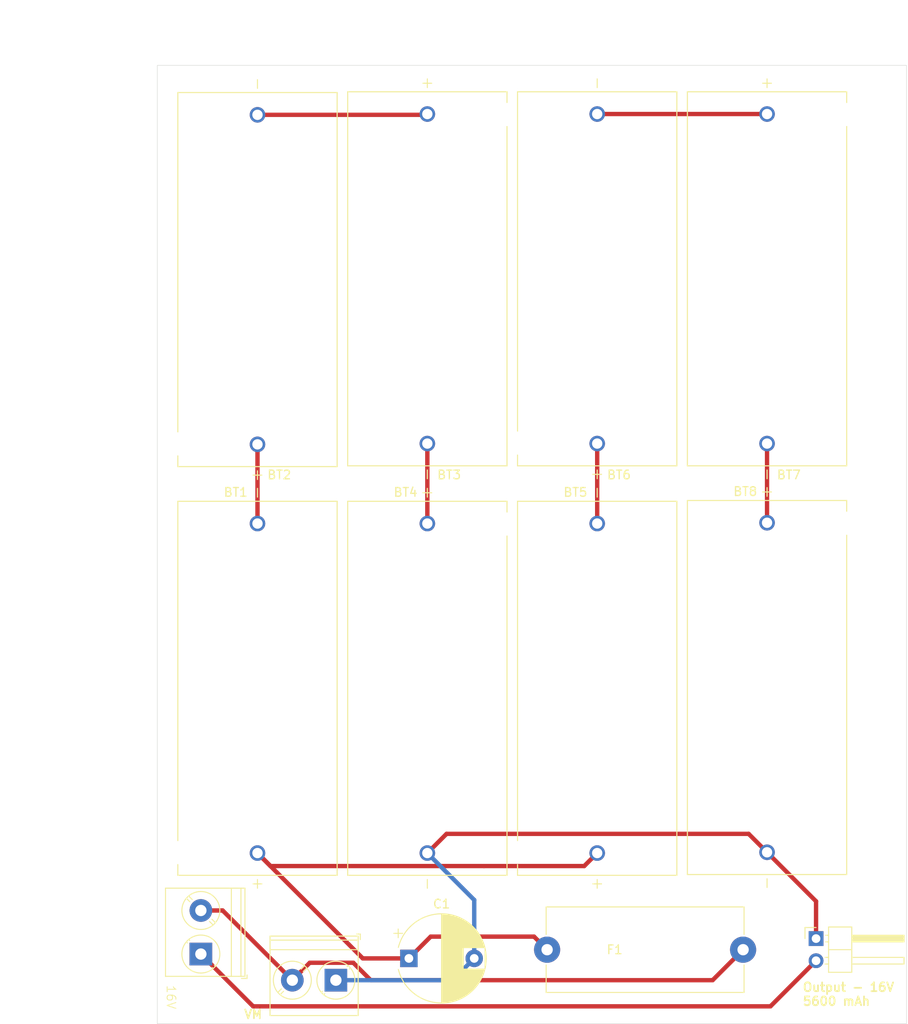
<source format=kicad_pcb>
(kicad_pcb (version 20240108) (generator "pcbnew") (generator_version "8.0")
  (layers (0 "F.Cu" signal) (31 "B.Cu" signal) (34 "B.Paste" user) (35 "F.Paste" user) (36 "B.SilkS" user "B.Silkscreen") (37 "F.SilkS" user "F.Silkscreen") (38 "B.Mask" user) (39 "F.Mask" user) (44 "Edge.Cuts" user))
  (net 0 "")
  (net 1 "Net-(BT1-PadN)")
  (net 2 "Net-(BT1-PadP)")
  (net 3 "Net-(BT2-PadN)")
  (net 4 "Net-(BT3-PadN)")
  (net 5 "Net-(MES1--)")
  (net 6 "Net-(BT5-PadN)")
  (net 7 "Net-(BT6-PadN)")
  (net 8 "Net-(BT7-PadN)")
  (net 9 "Net-(MES1-+)")
  (net 10 "Net-(Output1-Pin_2)")
  (footprint "1051:BAT_1051" (layer "F.Cu") (at 150.5 121.5 90)
    (property "Reference" "BT5" (at 22.5 -2.5 0) (layer "F.SilkS"))
    (property "Value" "1051")
    (fp_line (start 21.465 -9.145) (end 21.465 9.145) (stroke (width 0.127)) (layer "F.SilkS"))
    (fp_line (start -17.48 -9.145) (end 21.465 -9.145) (stroke (width 0.127)) (layer "F.SilkS"))
    (fp_line (start -21.465 -9.145) (end -20.23 -9.145) (stroke (width 0.127)) (layer "F.SilkS"))
    (fp_line (start -22.445 -0.5) (end -22.445 0.5) (stroke (width 0.127)) (layer "F.SilkS"))
    (fp_line (start 21.945 0) (end 22.945 0) (stroke (width 0.127)) (layer "F.SilkS"))
    (fp_line (start -22.945 0) (end -21.945 0) (stroke (width 0.127)) (layer "F.SilkS"))
    (fp_line (start 21.465 9.145) (end -21.465 9.145) (stroke (width 0.127)) (layer "F.SilkS"))
    (fp_line (start -21.465 9.145) (end -21.465 -9.145) (stroke (width 0.127)) (layer "F.SilkS"))
    (pad "" np_thru_hole circle (at -18.91 -8.1 90) (size 1.98 1.98) (drill 1.98) (layers "*.Cu" "*.Mask"))
    (pad "N" thru_hole circle (at 18.91 0 90) (size 1.785 1.785) (drill 1.19) (layers "*.Cu" "*.Mask") (net 6 "Net-(BT5-PadN)"))
    (pad "P" thru_hole circle (at -18.91 0 90) (size 1.785 1.785) (drill 1.19) (layers "*.Cu" "*.Mask") (net 2 "Net-(BT1-PadP)"))
  )
  (footprint "1051:BAT_1051" (layer "F.Cu") (at 111.5 121.5 90)
    (property "Reference" "BT1" (at 22.5 -2.5 0) (layer "F.SilkS"))
    (property "Value" "1051")
    (fp_line (start 21.465 -9.145) (end 21.465 9.145) (stroke (width 0.127)) (layer "F.SilkS"))
    (fp_line (start -17.48 -9.145) (end 21.465 -9.145) (stroke (width 0.127)) (layer "F.SilkS"))
    (fp_line (start -21.465 -9.145) (end -20.23 -9.145) (stroke (width 0.127)) (layer "F.SilkS"))
    (fp_line (start -22.445 -0.5) (end -22.445 0.5) (stroke (width 0.127)) (layer "F.SilkS"))
    (fp_line (start 21.945 0) (end 22.945 0) (stroke (width 0.127)) (layer "F.SilkS"))
    (fp_line (start -22.945 0) (end -21.945 0) (stroke (width 0.127)) (layer "F.SilkS"))
    (fp_line (start 21.465 9.145) (end -21.465 9.145) (stroke (width 0.127)) (layer "F.SilkS"))
    (fp_line (start -21.465 9.145) (end -21.465 -9.145) (stroke (width 0.127)) (layer "F.SilkS"))
    (pad "" np_thru_hole circle (at -18.91 -8.1 90) (size 1.98 1.98) (drill 1.98) (layers "*.Cu" "*.Mask"))
    (pad "N" thru_hole circle (at 18.91 0 90) (size 1.785 1.785) (drill 1.19) (layers "*.Cu" "*.Mask") (net 1 "Net-(BT1-PadN)"))
    (pad "P" thru_hole circle (at -18.91 0 90) (size 1.785 1.785) (drill 1.19) (layers "*.Cu" "*.Mask") (net 2 "Net-(BT1-PadP)"))
  )
  (footprint "Fuse:Fuseholder_Cylinder-5x20mm_Schurter_0031_8201_Horizontal_Open" (layer "F.Cu") (at 144.75 151.5)
    (property "Reference" "F1" (at 7.75 0 0) (layer "F.SilkS"))
    (property "Value" "Fuse")
    (fp_line (start -0.11 -4.91) (end 22.61 -4.91) (stroke (width 0.12)) (layer "F.SilkS"))
    (fp_line (start -0.11 -1.75) (end -0.11 -4.91) (stroke (width 0.12)) (layer "F.SilkS"))
    (fp_line (start -0.11 4.91) (end -0.11 1.75) (stroke (width 0.12)) (layer "F.SilkS"))
    (fp_line (start -0.11 4.91) (end 22.61 4.91) (stroke (width 0.12)) (layer "F.SilkS"))
    (fp_line (start 22.61 -1.75) (end 22.61 -4.91) (stroke (width 0.12)) (layer "F.SilkS"))
    (fp_line (start 22.61 4.91) (end 22.61 1.75) (stroke (width 0.12)) (layer "F.SilkS"))
    (pad "" np_thru_hole circle (at 11.25 0) (size 2.7 2.7) (drill 2.7) (layers "*.Cu" "*.Mask"))
    (pad "1" thru_hole circle (at 0 0) (size 3 3) (drill 1.3) (layers "*.Cu" "*.Mask") (net 2 "Net-(BT1-PadP)"))
    (pad "2" thru_hole circle (at 22.5 0) (size 3 3) (drill 1.3) (layers "*.Cu" "*.Mask") (net 9 "Net-(MES1-+)"))
  )
  (footprint "1051:BAT_1051" (layer "F.Cu") (at 131 74.5 -90)
    (property "Reference" "BT3" (at 22.5 -2.5 180) (layer "F.SilkS"))
    (property "Value" "1051")
    (fp_line (start -21.465 9.145) (end -21.465 -9.145) (stroke (width 0.127)) (layer "F.SilkS"))
    (fp_line (start 21.465 9.145) (end -21.465 9.145) (stroke (width 0.127)) (layer "F.SilkS"))
    (fp_line (start -22.945 0) (end -21.945 0) (stroke (width 0.127)) (layer "F.SilkS"))
    (fp_line (start 21.945 0) (end 22.945 0) (stroke (width 0.127)) (layer "F.SilkS"))
    (fp_line (start -22.445 -0.5) (end -22.445 0.5) (stroke (width 0.127)) (layer "F.SilkS"))
    (fp_line (start -21.465 -9.145) (end -20.23 -9.145) (stroke (width 0.127)) (layer "F.SilkS"))
    (fp_line (start -17.48 -9.145) (end 21.465 -9.145) (stroke (width 0.127)) (layer "F.SilkS"))
    (fp_line (start 21.465 -9.145) (end 21.465 9.145) (stroke (width 0.127)) (layer "F.SilkS"))
    (pad "" np_thru_hole circle (at -18.91 -8.1 270) (size 1.98 1.98) (drill 1.98) (layers "*.Cu" "*.Mask"))
    (pad "N" thru_hole circle (at 18.91 0 270) (size 1.785 1.785) (drill 1.19) (layers "*.Cu" "*.Mask") (net 4 "Net-(BT3-PadN)"))
    (pad "P" thru_hole circle (at -18.91 0 270) (size 1.785 1.785) (drill 1.19) (layers "*.Cu" "*.Mask") (net 3 "Net-(BT2-PadN)"))
  )
  (footprint "Connector_PinHeader_2.54mm:PinHeader_1x02_P2.54mm_Horizontal" (layer "F.Cu") (at 175.625 150.225)
    (property "Reference" "Output-16V" (hide yes))
    (property "Value" "16V")
    (fp_line (start -1.27 -1.27) (end 0 -1.27) (stroke (width 0.12)) (layer "F.SilkS"))
    (fp_line (start -1.27 0) (end -1.27 -1.27) (stroke (width 0.12)) (layer "F.SilkS"))
    (fp_line (start 1.042929 2.16) (end 1.44 2.16) (stroke (width 0.12)) (layer "F.SilkS"))
    (fp_line (start 1.042929 2.92) (end 1.44 2.92) (stroke (width 0.12)) (layer "F.SilkS"))
    (fp_line (start 1.11 -0.38) (end 1.44 -0.38) (stroke (width 0.12)) (layer "F.SilkS"))
    (fp_line (start 1.11 0.38) (end 1.44 0.38) (stroke (width 0.12)) (layer "F.SilkS"))
    (fp_line (start 1.44 -1.33) (end 1.44 3.87) (stroke (width 0.12)) (layer "F.SilkS"))
    (fp_line (start 1.44 1.27) (end 4.1 1.27) (stroke (width 0.12)) (layer "F.SilkS"))
    (fp_line (start 1.44 3.87) (end 4.1 3.87) (stroke (width 0.12)) (layer "F.SilkS"))
    (fp_line (start 4.1 -1.33) (end 1.44 -1.33) (stroke (width 0.12)) (layer "F.SilkS"))
    (fp_line (start 4.1 -0.38) (end 10.1 -0.38) (stroke (width 0.12)) (layer "F.SilkS"))
    (fp_line (start 4.1 -0.32) (end 10.1 -0.32) (stroke (width 0.12)) (layer "F.SilkS"))
    (fp_line (start 4.1 -0.2) (end 10.1 -0.2) (stroke (width 0.12)) (layer "F.SilkS"))
    (fp_line (start 4.1 -0.08) (end 10.1 -0.08) (stroke (width 0.12)) (layer "F.SilkS"))
    (fp_line (start 4.1 0.04) (end 10.1 0.04) (stroke (width 0.12)) (layer "F.SilkS"))
    (fp_line (start 4.1 0.16) (end 10.1 0.16) (stroke (width 0.12)) (layer "F.SilkS"))
    (fp_line (start 4.1 0.28) (end 10.1 0.28) (stroke (width 0.12)) (layer "F.SilkS"))
    (fp_line (start 4.1 2.16) (end 10.1 2.16) (stroke (width 0.12)) (layer "F.SilkS"))
    (fp_line (start 4.1 3.87) (end 4.1 -1.33) (stroke (width 0.12)) (layer "F.SilkS"))
    (fp_line (start 10.1 -0.38) (end 10.1 0.38) (stroke (width 0.12)) (layer "F.SilkS"))
    (fp_line (start 10.1 0.38) (end 4.1 0.38) (stroke (width 0.12)) (layer "F.SilkS"))
    (fp_line (start 10.1 2.16) (end 10.1 2.92) (stroke (width 0.12)) (layer "F.SilkS"))
    (fp_line (start 10.1 2.92) (end 4.1 2.92) (stroke (width 0.12)) (layer "F.SilkS"))
    (pad "1" thru_hole rect (at 0 0) (size 1.7 1.7) (drill 1) (layers "*.Cu" "*.Mask") (net 5 "Net-(MES1--)"))
    (pad "2" thru_hole oval (at 0 2.54) (size 1.7 1.7) (drill 1) (layers "*.Cu" "*.Mask") (net 10 "Net-(Output1-Pin_2)"))
  )
  (footprint "1051:BAT_1051" (layer "F.Cu") (at 170 121.41 -90)
    (property "Reference" "BT8" (at -22.5 2.5 180) (layer "F.SilkS"))
    (property "Value" "1051")
    (fp_line (start -21.465 9.145) (end -21.465 -9.145) (stroke (width 0.127)) (layer "F.SilkS"))
    (fp_line (start 21.465 9.145) (end -21.465 9.145) (stroke (width 0.127)) (layer "F.SilkS"))
    (fp_line (start -22.945 0) (end -21.945 0) (stroke (width 0.127)) (layer "F.SilkS"))
    (fp_line (start 21.945 0) (end 22.945 0) (stroke (width 0.127)) (layer "F.SilkS"))
    (fp_line (start -22.445 -0.5) (end -22.445 0.5) (stroke (width 0.127)) (layer "F.SilkS"))
    (fp_line (start -21.465 -9.145) (end -20.23 -9.145) (stroke (width 0.127)) (layer "F.SilkS"))
    (fp_line (start -17.48 -9.145) (end 21.465 -9.145) (stroke (width 0.127)) (layer "F.SilkS"))
    (fp_line (start 21.465 -9.145) (end 21.465 9.145) (stroke (width 0.127)) (layer "F.SilkS"))
    (pad "" np_thru_hole circle (at -18.91 -8.1 270) (size 1.98 1.98) (drill 1.98) (layers "*.Cu" "*.Mask"))
    (pad "N" thru_hole circle (at 18.91 0 270) (size 1.785 1.785) (drill 1.19) (layers "*.Cu" "*.Mask") (net 5 "Net-(MES1--)"))
    (pad "P" thru_hole circle (at -18.91 0 270) (size 1.785 1.785) (drill 1.19) (layers "*.Cu" "*.Mask") (net 8 "Net-(BT7-PadN)"))
  )
  (footprint "1051:BAT_1051" (layer "F.Cu") (at 131 121.5 -90)
    (property "Reference" "BT4" (at -22.5 2.5 180) (layer "F.SilkS"))
    (property "Value" "1051")
    (fp_line (start -21.465 9.145) (end -21.465 -9.145) (stroke (width 0.127)) (layer "F.SilkS"))
    (fp_line (start 21.465 9.145) (end -21.465 9.145) (stroke (width 0.127)) (layer "F.SilkS"))
    (fp_line (start -22.945 0) (end -21.945 0) (stroke (width 0.127)) (layer "F.SilkS"))
    (fp_line (start 21.945 0) (end 22.945 0) (stroke (width 0.127)) (layer "F.SilkS"))
    (fp_line (start -22.445 -0.5) (end -22.445 0.5) (stroke (width 0.127)) (layer "F.SilkS"))
    (fp_line (start -21.465 -9.145) (end -20.23 -9.145) (stroke (width 0.127)) (layer "F.SilkS"))
    (fp_line (start -17.48 -9.145) (end 21.465 -9.145) (stroke (width 0.127)) (layer "F.SilkS"))
    (fp_line (start 21.465 -9.145) (end 21.465 9.145) (stroke (width 0.127)) (layer "F.SilkS"))
    (pad "" np_thru_hole circle (at -18.91 -8.1 270) (size 1.98 1.98) (drill 1.98) (layers "*.Cu" "*.Mask"))
    (pad "N" thru_hole circle (at 18.91 0 270) (size 1.785 1.785) (drill 1.19) (layers "*.Cu" "*.Mask") (net 5 "Net-(MES1--)"))
    (pad "P" thru_hole circle (at -18.91 0 270) (size 1.785 1.785) (drill 1.19) (layers "*.Cu" "*.Mask") (net 4 "Net-(BT3-PadN)"))
  )
  (footprint "1051:BAT_1051" (layer "F.Cu") (at 150.5 74.5 90)
    (property "Reference" "BT6" (at -22.5 2.5 0) (layer "F.SilkS"))
    (property "Value" "1051")
    (fp_line (start 21.465 -9.145) (end 21.465 9.145) (stroke (width 0.127)) (layer "F.SilkS"))
    (fp_line (start -17.48 -9.145) (end 21.465 -9.145) (stroke (width 0.127)) (layer "F.SilkS"))
    (fp_line (start -21.465 -9.145) (end -20.23 -9.145) (stroke (width 0.127)) (layer "F.SilkS"))
    (fp_line (start -22.445 -0.5) (end -22.445 0.5) (stroke (width 0.127)) (layer "F.SilkS"))
    (fp_line (start 21.945 0) (end 22.945 0) (stroke (width 0.127)) (layer "F.SilkS"))
    (fp_line (start -22.945 0) (end -21.945 0) (stroke (width 0.127)) (layer "F.SilkS"))
    (fp_line (start 21.465 9.145) (end -21.465 9.145) (stroke (width 0.127)) (layer "F.SilkS"))
    (fp_line (start -21.465 9.145) (end -21.465 -9.145) (stroke (width 0.127)) (layer "F.SilkS"))
    (pad "" np_thru_hole circle (at -18.91 -8.1 90) (size 1.98 1.98) (drill 1.98) (layers "*.Cu" "*.Mask"))
    (pad "N" thru_hole circle (at 18.91 0 90) (size 1.785 1.785) (drill 1.19) (layers "*.Cu" "*.Mask") (net 7 "Net-(BT6-PadN)"))
    (pad "P" thru_hole circle (at -18.91 0 90) (size 1.785 1.785) (drill 1.19) (layers "*.Cu" "*.Mask") (net 6 "Net-(BT5-PadN)"))
  )
  (footprint "1051:BAT_1051" (layer "F.Cu") (at 170 74.5 -90)
    (property "Reference" "BT7" (at 22.5 -2.5 180) (layer "F.SilkS"))
    (property "Value" "1051")
    (fp_line (start -21.465 9.145) (end -21.465 -9.145) (stroke (width 0.127)) (layer "F.SilkS"))
    (fp_line (start 21.465 9.145) (end -21.465 9.145) (stroke (width 0.127)) (layer "F.SilkS"))
    (fp_line (start -22.945 0) (end -21.945 0) (stroke (width 0.127)) (layer "F.SilkS"))
    (fp_line (start 21.945 0) (end 22.945 0) (stroke (width 0.127)) (layer "F.SilkS"))
    (fp_line (start -22.445 -0.5) (end -22.445 0.5) (stroke (width 0.127)) (layer "F.SilkS"))
    (fp_line (start -21.465 -9.145) (end -20.23 -9.145) (stroke (width 0.127)) (layer "F.SilkS"))
    (fp_line (start -17.48 -9.145) (end 21.465 -9.145) (stroke (width 0.127)) (layer "F.SilkS"))
    (fp_line (start 21.465 -9.145) (end 21.465 9.145) (stroke (width 0.127)) (layer "F.SilkS"))
    (pad "" np_thru_hole circle (at -18.91 -8.1 270) (size 1.98 1.98) (drill 1.98) (layers "*.Cu" "*.Mask"))
    (pad "N" thru_hole circle (at 18.91 0 270) (size 1.785 1.785) (drill 1.19) (layers "*.Cu" "*.Mask") (net 8 "Net-(BT7-PadN)"))
    (pad "P" thru_hole circle (at -18.91 0 270) (size 1.785 1.785) (drill 1.19) (layers "*.Cu" "*.Mask") (net 7 "Net-(BT6-PadN)"))
  )
  (footprint "TerminalBlock_Phoenix:TerminalBlock_Phoenix_PT-1,5-2-5.0-H_1x02_P5.00mm_Horizontal" (layer "F.Cu") (at 105 152 90)
    (property "Reference" "SW1" (hide yes))
    (property "Value" "16V")
    (fp_line (start 7.56 -4.06) (end 7.56 5.06) (stroke (width 0.12)) (layer "F.SilkS"))
    (fp_line (start -2.56 -4.06) (end 7.56 -4.06) (stroke (width 0.12)) (layer "F.SilkS"))
    (fp_line (start -2.56 -4.06) (end -2.56 5.06) (stroke (width 0.12)) (layer "F.SilkS"))
    (fp_line (start 6.388 -1.654) (end 6.008 -1.274) (stroke (width 0.12)) (layer "F.SilkS"))
    (fp_line (start 1.388 -1.654) (end 1.281 -1.547) (stroke (width 0.12)) (layer "F.SilkS"))
    (fp_line (start 6.654 -1.388) (end 6.259 -0.992) (stroke (width 0.12)) (layer "F.SilkS"))
    (fp_line (start 1.654 -1.388) (end 1.547 -1.281) (stroke (width 0.12)) (layer "F.SilkS"))
    (fp_line (start 3.742 0.992) (end 3.347 1.388) (stroke (width 0.12)) (layer "F.SilkS"))
    (fp_line (start 3.993 1.274) (end 3.613 1.654) (stroke (width 0.12)) (layer "F.SilkS"))
    (fp_line (start -1.548 1.281) (end -1.654 1.388) (stroke (width 0.12)) (layer "F.SilkS"))
    (fp_line (start -1.282 1.547) (end -1.388 1.654) (stroke (width 0.12)) (layer "F.SilkS"))
    (fp_line (start -2.56 3.5) (end 7.56 3.5) (stroke (width 0.12)) (layer "F.SilkS"))
    (fp_line (start -2.56 4.6) (end 7.56 4.6) (stroke (width 0.12)) (layer "F.SilkS"))
    (fp_line (start -2.8 4.66) (end -2.8 5.3) (stroke (width 0.12)) (layer "F.SilkS"))
    (fp_line (start -2.56 5.06) (end 7.56 5.06) (stroke (width 0.12)) (layer "F.SilkS"))
    (fp_line (start -2.8 5.3) (end -2.4 5.3) (stroke (width 0.12)) (layer "F.SilkS"))
    (fp_circle (center 5 0) (end 7.18 0) (stroke (width 0.12)) (fill none) (layer "F.SilkS"))
    (fp_circle (center 0 0) (end 2.18 0) (stroke (width 0.12)) (fill none) (layer "F.SilkS"))
    (pad "1" thru_hole rect (at 0 0 90) (size 2.6 2.6) (drill 1.3) (layers "*.Cu" "*.Mask") (net 10 "Net-(Output1-Pin_2)"))
    (pad "2" thru_hole circle (at 5 0 90) (size 2.6 2.6) (drill 1.3) (layers "*.Cu" "*.Mask") (net 9 "Net-(MES1-+)"))
  )
  (footprint "1051:BAT_1051" (layer "F.Cu") (at 111.5 74.59 90)
    (property "Reference" "BT2" (at -22.41 2.5 0) (layer "F.SilkS"))
    (property "Value" "1051")
    (fp_line (start 21.465 -9.145) (end 21.465 9.145) (stroke (width 0.127)) (layer "F.SilkS"))
    (fp_line (start -17.48 -9.145) (end 21.465 -9.145) (stroke (width 0.127)) (layer "F.SilkS"))
    (fp_line (start -21.465 -9.145) (end -20.23 -9.145) (stroke (width 0.127)) (layer "F.SilkS"))
    (fp_line (start -22.445 -0.5) (end -22.445 0.5) (stroke (width 0.127)) (layer "F.SilkS"))
    (fp_line (start 21.945 0) (end 22.945 0) (stroke (width 0.127)) (layer "F.SilkS"))
    (fp_line (start -22.945 0) (end -21.945 0) (stroke (width 0.127)) (layer "F.SilkS"))
    (fp_line (start 21.465 9.145) (end -21.465 9.145) (stroke (width 0.127)) (layer "F.SilkS"))
    (fp_line (start -21.465 9.145) (end -21.465 -9.145) (stroke (width 0.127)) (layer "F.SilkS"))
    (pad "" np_thru_hole circle (at -18.91 -8.1 90) (size 1.98 1.98) (drill 1.98) (layers "*.Cu" "*.Mask"))
    (pad "N" thru_hole circle (at 18.91 0 90) (size 1.785 1.785) (drill 1.19) (layers "*.Cu" "*.Mask") (net 3 "Net-(BT2-PadN)"))
    (pad "P" thru_hole circle (at -18.91 0 90) (size 1.785 1.785) (drill 1.19) (layers "*.Cu" "*.Mask") (net 1 "Net-(BT1-PadN)"))
  )
  (footprint "TerminalBlock_Phoenix:TerminalBlock_Phoenix_PT-1,5-2-5.0-H_1x02_P5.00mm_Horizontal" (layer "F.Cu") (at 120.5 155 180)
    (property "Reference" "VM" (hide yes))
    (property "Value" "Voltmeter_DC")
    (fp_line (start 7.56 -4.06) (end 7.56 5.06) (stroke (width 0.12)) (layer "F.SilkS"))
    (fp_line (start 6.654 -1.388) (end 6.259 -0.992) (stroke (width 0.12)) (layer "F.SilkS"))
    (fp_line (start 6.388 -1.654) (end 6.008 -1.274) (stroke (width 0.12)) (layer "F.SilkS"))
    (fp_line (start 3.993 1.274) (end 3.613 1.654) (stroke (width 0.12)) (layer "F.SilkS"))
    (fp_line (start 3.742 0.992) (end 3.347 1.388) (stroke (width 0.12)) (layer "F.SilkS"))
    (fp_line (start 1.654 -1.388) (end 1.547 -1.281) (stroke (width 0.12)) (layer "F.SilkS"))
    (fp_line (start 1.388 -1.654) (end 1.281 -1.547) (stroke (width 0.12)) (layer "F.SilkS"))
    (fp_line (start -1.282 1.547) (end -1.388 1.654) (stroke (width 0.12)) (layer "F.SilkS"))
    (fp_line (start -1.548 1.281) (end -1.654 1.388) (stroke (width 0.12)) (layer "F.SilkS"))
    (fp_line (start -2.56 5.06) (end 7.56 5.06) (stroke (width 0.12)) (layer "F.SilkS"))
    (fp_line (start -2.56 4.6) (end 7.56 4.6) (stroke (width 0.12)) (layer "F.SilkS"))
    (fp_line (start -2.56 3.5) (end 7.56 3.5) (stroke (width 0.12)) (layer "F.SilkS"))
    (fp_line (start -2.56 -4.06) (end 7.56 -4.06) (stroke (width 0.12)) (layer "F.SilkS"))
    (fp_line (start -2.56 -4.06) (end -2.56 5.06) (stroke (width 0.12)) (layer "F.SilkS"))
    (fp_line (start -2.8 5.3) (end -2.4 5.3) (stroke (width 0.12)) (layer "F.SilkS"))
    (fp_line (start -2.8 4.66) (end -2.8 5.3) (stroke (width 0.12)) (layer "F.SilkS"))
    (fp_circle (center 5 0) (end 7.18 0) (stroke (width 0.12)) (fill none) (layer "F.SilkS"))
    (fp_circle (center 0 0) (end 2.18 0) (stroke (width 0.12)) (fill none) (layer "F.SilkS"))
    (pad "1" thru_hole rect (at 0 0 180) (size 2.6 2.6) (drill 1.3) (layers "*.Cu" "*.Mask") (net 5 "Net-(MES1--)"))
    (pad "2" thru_hole circle (at 5 0 180) (size 2.6 2.6) (drill 1.3) (layers "*.Cu" "*.Mask") (net 9 "Net-(MES1-+)"))
  )
  (footprint "Capacitor_THT:CP_Radial_D10.0mm_P7.50mm" (layer "F.Cu") (at 128.882323 152.5)
    (property "Reference" "C1" (at 3.75 -6.25 0) (layer "F.SilkS"))
    (property "Value" "2mF")
    (fp_line (start -1.729646 -2.875) (end -0.729646 -2.875) (stroke (width 0.12)) (layer "F.SilkS"))
    (fp_line (start -1.229646 -3.375) (end -1.229646 -2.375) (stroke (width 0.12)) (layer "F.SilkS"))
    (fp_line (start 3.75 -5.08) (end 3.75 5.08) (stroke (width 0.12)) (layer "F.SilkS"))
    (fp_line (start 3.79 -5.08) (end 3.79 5.08) (stroke (width 0.12)) (layer "F.SilkS"))
    (fp_line (start 3.83 -5.08) (end 3.83 5.08) (stroke (width 0.12)) (layer "F.SilkS"))
    (fp_line (start 3.87 -5.079) (end 3.87 5.079) (stroke (width 0.12)) (layer "F.SilkS"))
    (fp_line (start 3.91 -5.078) (end 3.91 5.078) (stroke (width 0.12)) (layer "F.SilkS"))
    (fp_line (start 3.95 -5.077) (end 3.95 5.077) (stroke (width 0.12)) (layer "F.SilkS"))
    (fp_line (start 3.99 -5.075) (end 3.99 5.075) (stroke (width 0.12)) (layer "F.SilkS"))
    (fp_line (start 4.03 -5.073) (end 4.03 5.073) (stroke (width 0.12)) (layer "F.SilkS"))
    (fp_line (start 4.07 -5.07) (end 4.07 5.07) (stroke (width 0.12)) (layer "F.SilkS"))
    (fp_line (start 4.11 -5.068) (end 4.11 5.068) (stroke (width 0.12)) (layer "F.SilkS"))
    (fp_line (start 4.15 -5.065) (end 4.15 5.065) (stroke (width 0.12)) (layer "F.SilkS"))
    (fp_line (start 4.19 -5.062) (end 4.19 5.062) (stroke (width 0.12)) (layer "F.SilkS"))
    (fp_line (start 4.23 -5.058) (end 4.23 5.058) (stroke (width 0.12)) (layer "F.SilkS"))
    (fp_line (start 4.27 -5.054) (end 4.27 5.054) (stroke (width 0.12)) (layer "F.SilkS"))
    (fp_line (start 4.31 -5.05) (end 4.31 5.05) (stroke (width 0.12)) (layer "F.SilkS"))
    (fp_line (start 4.35 -5.045) (end 4.35 5.045) (stroke (width 0.12)) (layer "F.SilkS"))
    (fp_line (start 4.39 -5.04) (end 4.39 5.04) (stroke (width 0.12)) (layer "F.SilkS"))
    (fp_line (start 4.43 -5.035) (end 4.43 5.035) (stroke (width 0.12)) (layer "F.SilkS"))
    (fp_line (start 4.471 -5.03) (end 4.471 5.03) (stroke (width 0.12)) (layer "F.SilkS"))
    (fp_line (start 4.511 -5.024) (end 4.511 5.024) (stroke (width 0.12)) (layer "F.SilkS"))
    (fp_line (start 4.551 -5.018) (end 4.551 5.018) (stroke (width 0.12)) (layer "F.SilkS"))
    (fp_line (start 4.591 -5.011) (end 4.591 5.011) (stroke (width 0.12)) (layer "F.SilkS"))
    (fp_line (start 4.631 -5.004) (end 4.631 5.004) (stroke (width 0.12)) (layer "F.SilkS"))
    (fp_line (start 4.671 -4.997) (end 4.671 4.997) (stroke (width 0.12)) (layer "F.SilkS"))
    (fp_line (start 4.711 -4.99) (end 4.711 4.99) (stroke (width 0.12)) (layer "F.SilkS"))
    (fp_line (start 4.751 -4.982) (end 4.751 4.982) (stroke (width 0.12)) (layer "F.SilkS"))
    (fp_line (start 4.791 -4.974) (end 4.791 4.974) (stroke (width 0.12)) (layer "F.SilkS"))
    (fp_line (start 4.831 -4.965) (end 4.831 4.965) (stroke (width 0.12)) (layer "F.SilkS"))
    (fp_line (start 4.871 -4.956) (end 4.871 4.956) (stroke (width 0.12)) (layer "F.SilkS"))
    (fp_line (start 4.911 -4.947) (end 4.911 4.947) (stroke (width 0.12)) (layer "F.SilkS"))
    (fp_line (start 4.951 -4.938) (end 4.951 4.938) (stroke (width 0.12)) (layer "F.SilkS"))
    (fp_line (start 4.991 -4.928) (end 4.991 4.928) (stroke (width 0.12)) (layer "F.SilkS"))
    (fp_line (start 5.031 -4.918) (end 5.031 4.918) (stroke (width 0.12)) (layer "F.SilkS"))
    (fp_line (start 5.071 -4.907) (end 5.071 4.907) (stroke (width 0.12)) (layer "F.SilkS"))
    (fp_line (start 5.111 -4.897) (end 5.111 4.897) (stroke (width 0.12)) (layer "F.SilkS"))
    (fp_line (start 5.151 -4.885) (end 5.151 4.885) (stroke (width 0.12)) (layer "F.SilkS"))
    (fp_line (start 5.191 -4.874) (end 5.191 4.874) (stroke (width 0.12)) (layer "F.SilkS"))
    (fp_line (start 5.231 -4.862) (end 5.231 4.862) (stroke (width 0.12)) (layer "F.SilkS"))
    (fp_line (start 5.271 -4.85) (end 5.271 4.85) (stroke (width 0.12)) (layer "F.SilkS"))
    (fp_line (start 5.311 -4.837) (end 5.311 4.837) (stroke (width 0.12)) (layer "F.SilkS"))
    (fp_line (start 5.351 -4.824) (end 5.351 4.824) (stroke (width 0.12)) (layer "F.SilkS"))
    (fp_line (start 5.391 -4.811) (end 5.391 4.811) (stroke (width 0.12)) (layer "F.SilkS"))
    (fp_line (start 5.431 -4.797) (end 5.431 4.797) (stroke (width 0.12)) (layer "F.SilkS"))
    (fp_line (start 5.471 -4.783) (end 5.471 4.783) (stroke (width 0.12)) (layer "F.SilkS"))
    (fp_line (start 5.511 -4.768) (end 5.511 4.768) (stroke (width 0.12)) (layer "F.SilkS"))
    (fp_line (start 5.551 -4.754) (end 5.551 4.754) (stroke (width 0.12)) (layer "F.SilkS"))
    (fp_line (start 5.591 -4.738) (end 5.591 4.738) (stroke (width 0.12)) (layer "F.SilkS"))
    (fp_line (start 5.631 -4.723) (end 5.631 4.723) (stroke (width 0.12)) (layer "F.SilkS"))
    (fp_line (start 5.671 -4.707) (end 5.671 4.707) (stroke (width 0.12)) (layer "F.SilkS"))
    (fp_line (start 5.711 -4.69) (end 5.711 4.69) (stroke (width 0.12)) (layer "F.SilkS"))
    (fp_line (start 5.751 -4.674) (end 5.751 4.674) (stroke (width 0.12)) (layer "F.SilkS"))
    (fp_line (start 5.791 -4.657) (end 5.791 4.657) (stroke (width 0.12)) (layer "F.SilkS"))
    (fp_line (start 5.831 -4.639) (end 5.831 4.639) (stroke (width 0.12)) (layer "F.SilkS"))
    (fp_line (start 5.871 -4.621) (end 5.871 4.621) (stroke (width 0.12)) (layer "F.SilkS"))
    (fp_line (start 5.911 -4.603) (end 5.911 4.603) (stroke (width 0.12)) (layer "F.SilkS"))
    (fp_line (start 5.951 -4.584) (end 5.951 4.584) (stroke (width 0.12)) (layer "F.SilkS"))
    (fp_line (start 5.991 -4.564) (end 5.991 4.564) (stroke (width 0.12)) (layer "F.SilkS"))
    (fp_line (start 6.031 -4.545) (end 6.031 4.545) (stroke (width 0.12)) (layer "F.SilkS"))
    (fp_line (start 6.071 -4.525) (end 6.071 4.525) (stroke (width 0.12)) (layer "F.SilkS"))
    (fp_line (start 6.111 -4.504) (end 6.111 4.504) (stroke (width 0.12)) (layer "F.SilkS"))
    (fp_line (start 6.151 -4.483) (end 6.151 4.483) (stroke (width 0.12)) (layer "F.SilkS"))
    (fp_line (start 6.191 -4.462) (end 6.191 4.462) (stroke (width 0.12)) (layer "F.SilkS"))
    (fp_line (start 6.231 -4.44) (end 6.231 4.44) (stroke (width 0.12)) (layer "F.SilkS"))
    (fp_line (start 6.271 -4.417) (end 6.271 -1.241) (stroke (width 0.12)) (layer "F.SilkS"))
    (fp_line (start 6.271 1.241) (end 6.271 4.417) (stroke (width 0.12)) (layer "F.SilkS"))
    (fp_line (start 6.311 -4.395) (end 6.311 -1.241) (stroke (width 0.12)) (layer "F.SilkS"))
    (fp_line (start 6.311 1.241) (end 6.311 4.395) (stroke (width 0.12)) (layer "F.SilkS"))
    (fp_line (start 6.351 -4.371) (end 6.351 -1.241) (stroke (width 0.12)) (layer "F.SilkS"))
    (fp_line (start 6.351 1.241) (end 6.351 4.371) (stroke (width 0.12)) (layer "F.SilkS"))
    (fp_line (start 6.391 -4.347) (end 6.391 -1.241) (stroke (width 0.12)) (layer "F.SilkS"))
    (fp_line (start 6.391 1.241) (end 6.391 4.347) (stroke (width 0.12)) (layer "F.SilkS"))
    (fp_line (start 6.431 -4.323) (end 6.431 -1.241) (stroke (width 0.12)) (layer "F.SilkS"))
    (fp_line (start 6.431 1.241) (end 6.431 4.323) (stroke (width 0.12)) (layer "F.SilkS"))
    (fp_line (start 6.471 -4.298) (end 6.471 -1.241) (stroke (width 0.12)) (layer "F.SilkS"))
    (fp_line (start 6.471 1.241) (end 6.471 4.298) (stroke (width 0.12)) (layer "F.SilkS"))
    (fp_line (start 6.511 -4.273) (end 6.511 -1.241) (stroke (width 0.12)) (layer "F.SilkS"))
    (fp_line (start 6.511 1.241) (end 6.511 4.273) (stroke (width 0.12)) (layer "F.SilkS"))
    (fp_line (start 6.551 -4.247) (end 6.551 -1.241) (stroke (width 0.12)) (layer "F.SilkS"))
    (fp_line (start 6.551 1.241) (end 6.551 4.247) (stroke (width 0.12)) (layer "F.SilkS"))
    (fp_line (start 6.591 -4.221) (end 6.591 -1.241) (stroke (width 0.12)) (layer "F.SilkS"))
    (fp_line (start 6.591 1.241) (end 6.591 4.221) (stroke (width 0.12)) (layer "F.SilkS"))
    (fp_line (start 6.631 -4.194) (end 6.631 -1.241) (stroke (width 0.12)) (layer "F.SilkS"))
    (fp_line (start 6.631 1.241) (end 6.631 4.194) (stroke (width 0.12)) (layer "F.SilkS"))
    (fp_line (start 6.671 -4.166) (end 6.671 -1.241) (stroke (width 0.12)) (layer "F.SilkS"))
    (fp_line (start 6.671 1.241) (end 6.671 4.166) (stroke (width 0.12)) (layer "F.SilkS"))
    (fp_line (start 6.711 -4.138) (end 6.711 -1.241) (stroke (width 0.12)) (layer "F.SilkS"))
    (fp_line (start 6.711 1.241) (end 6.711 4.138) (stroke (width 0.12)) (layer "F.SilkS"))
    (fp_line (start 6.751 -4.11) (end 6.751 -1.241) (stroke (width 0.12)) (layer "F.SilkS"))
    (fp_line (start 6.751 1.241) (end 6.751 4.11) (stroke (width 0.12)) (layer "F.SilkS"))
    (fp_line (start 6.791 -4.08) (end 6.791 -1.241) (stroke (width 0.12)) (layer "F.SilkS"))
    (fp_line (start 6.791 1.241) (end 6.791 4.08) (stroke (width 0.12)) (layer "F.SilkS"))
    (fp_line (start 6.831 -4.05) (end 6.831 -1.241) (stroke (width 0.12)) (layer "F.SilkS"))
    (fp_line (start 6.831 1.241) (end 6.831 4.05) (stroke (width 0.12)) (layer "F.SilkS"))
    (fp_line (start 6.871 -4.02) (end 6.871 -1.241) (stroke (width 0.12)) (layer "F.SilkS"))
    (fp_line (start 6.871 1.241) (end 6.871 4.02) (stroke (width 0.12)) (layer "F.SilkS"))
    (fp_line (start 6.911 -3.989) (end 6.911 -1.241) (stroke (width 0.12)) (layer "F.SilkS"))
    (fp_line (start 6.911 1.241) (end 6.911 3.989) (stroke (width 0.12)) (layer "F.SilkS"))
    (fp_line (start 6.951 -3.957) (end 6.951 -1.241) (stroke (width 0.12)) (layer "F.SilkS"))
    (fp_line (start 6.951 1.241) (end 6.951 3.957) (stroke (width 0.12)) (layer "F.SilkS"))
    (fp_line (start 6.991 -3.925) (end 6.991 -1.241) (stroke (width 0.12)) (layer "F.SilkS"))
    (fp_line (start 6.991 1.241) (end 6.991 3.925) (stroke (width 0.12)) (layer "F.SilkS"))
    (fp_line (start 7.031 -3.892) (end 7.031 -1.241) (stroke (width 0.12)) (layer "F.SilkS"))
    (fp_line (start 7.031 1.241) (end 7.031 3.892) (stroke (width 0.12)) (layer "F.SilkS"))
    (fp_line (start 7.071 -3.858) (end 7.071 -1.241) (stroke (width 0.12)) (layer "F.SilkS"))
    (fp_line (start 7.071 1.241) (end 7.071 3.858) (stroke (width 0.12)) (layer "F.SilkS"))
    (fp_line (start 7.111 -3.824) (end 7.111 -1.241) (stroke (width 0.12)) (layer "F.SilkS"))
    (fp_line (start 7.111 1.241) (end 7.111 3.824) (stroke (width 0.12)) (layer "F.SilkS"))
    (fp_line (start 7.151 -3.789) (end 7.151 -1.241) (stroke (width 0.12)) (layer "F.SilkS"))
    (fp_line (start 7.151 1.241) (end 7.151 3.789) (stroke (width 0.12)) (layer "F.SilkS"))
    (fp_line (start 7.191 -3.753) (end 7.191 -1.241) (stroke (width 0.12)) (layer "F.SilkS"))
    (fp_line (start 7.191 1.241) (end 7.191 3.753) (stroke (width 0.12)) (layer "F.SilkS"))
    (fp_line (start 7.231 -3.716) (end 7.231 -1.241) (stroke (width 0.12)) (layer "F.SilkS"))
    (fp_line (start 7.231 1.241) (end 7.231 3.716) (stroke (width 0.12)) (layer "F.SilkS"))
    (fp_line (start 7.271 -3.679) (end 7.271 -1.241) (stroke (width 0.12)) (layer "F.SilkS"))
    (fp_line (start 7.271 1.241) (end 7.271 3.679) (stroke (width 0.12)) (layer "F.SilkS"))
    (fp_line (start 7.311 -3.64) (end 7.311 -1.241) (stroke (width 0.12)) (layer "F.SilkS"))
    (fp_line (start 7.311 1.241) (end 7.311 3.64) (stroke (width 0.12)) (layer "F.SilkS"))
    (fp_line (start 7.351 -3.601) (end 7.351 -1.241) (stroke (width 0.12)) (layer "F.SilkS"))
    (fp_line (start 7.351 1.241) (end 7.351 3.601) (stroke (width 0.12)) (layer "F.SilkS"))
    (fp_line (start 7.391 -3.561) (end 7.391 -1.241) (stroke (width 0.12)) (layer "F.SilkS"))
    (fp_line (start 7.391 1.241) (end 7.391 3.561) (stroke (width 0.12)) (layer "F.SilkS"))
    (fp_line (start 7.431 -3.52) (end 7.431 -1.241) (stroke (width 0.12)) (layer "F.SilkS"))
    (fp_line (start 7.431 1.241) (end 7.431 3.52) (stroke (width 0.12)) (layer "F.SilkS"))
    (fp_line (start 7.471 -3.478) (end 7.471 -1.241) (stroke (width 0.12)) (layer "F.SilkS"))
    (fp_line (start 7.471 1.241) (end 7.471 3.478) (stroke (width 0.12)) (layer "F.SilkS"))
    (fp_line (start 7.511 -3.436) (end 7.511 -1.241) (stroke (width 0.12)) (layer "F.SilkS"))
    (fp_line (start 7.511 1.241) (end 7.511 3.436) (stroke (width 0.12)) (layer "F.SilkS"))
    (fp_line (start 7.551 -3.392) (end 7.551 -1.241) (stroke (width 0.12)) (layer "F.SilkS"))
    (fp_line (start 7.551 1.241) (end 7.551 3.392) (stroke (width 0.12)) (layer "F.SilkS"))
    (fp_line (start 7.591 -3.347) (end 7.591 -1.241) (stroke (width 0.12)) (layer "F.SilkS"))
    (fp_line (start 7.591 1.241) (end 7.591 3.347) (stroke (width 0.12)) (layer "F.SilkS"))
    (fp_line (start 7.631 -3.301) (end 7.631 -1.241) (stroke (width 0.12)) (layer "F.SilkS"))
    (fp_line (start 7.631 1.241) (end 7.631 3.301) (stroke (width 0.12)) (layer "F.SilkS"))
    (fp_line (start 7.671 -3.254) (end 7.671 -1.241) (stroke (width 0.12)) (layer "F.SilkS"))
    (fp_line (start 7.671 1.241) (end 7.671 3.254) (stroke (width 0.12)) (layer "F.SilkS"))
    (fp_line (start 7.711 -3.206) (end 7.711 -1.241) (stroke (width 0.12)) (layer "F.SilkS"))
    (fp_line (start 7.711 1.241) (end 7.711 3.206) (stroke (width 0.12)) (layer "F.SilkS"))
    (fp_line (start 7.751 -3.156) (end 7.751 -1.241) (stroke (width 0.12)) (layer "F.SilkS"))
    (fp_line (start 7.751 1.241) (end 7.751 3.156) (stroke (width 0.12)) (layer "F.SilkS"))
    (fp_line (start 7.791 -3.106) (end 7.791 -1.241) (stroke (width 0.12)) (layer "F.SilkS"))
    (fp_line (start 7.791 1.241) (end 7.791 3.106) (stroke (width 0.12)) (layer "F.SilkS"))
    (fp_line (start 7.831 -3.054) (end 7.831 -1.241) (stroke (width 0.12)) (layer "F.SilkS"))
    (fp_line (start 7.831 1.241) (end 7.831 3.054) (stroke (width 0.12)) (layer "F.SilkS"))
    (fp_line (start 7.871 -3) (end 7.871 -1.241) (stroke (width 0.12)) (layer "F.SilkS"))
    (fp_line (start 7.871 1.241) (end 7.871 3) (stroke (width 0.12)) (layer "F.SilkS"))
    (fp_line (start 7.911 -2.945) (end 7.911 -1.241) (stroke (width 0.12)) (layer "F.SilkS"))
    (fp_line (start 7.911 1.241) (end 7.911 2.945) (stroke (width 0.12)) (layer "F.SilkS"))
    (fp_line (start 7.951 -2.889) (end 7.951 -1.241) (stroke (width 0.12)) (layer "F.SilkS"))
    (fp_line (start 7.951 1.241) (end 7.951 2.889) (stroke (width 0.12)) (layer "F.SilkS"))
    (fp_line (start 7.991 -2.83) (end 7.991 -1.241) (stroke (width 0.12)) (layer "F.SilkS"))
    (fp_line (start 7.991 1.241) (end 7.991 2.83) (stroke (width 0.12)) (layer "F.SilkS"))
    (fp_line (start 8.031 -2.77) (end 8.031 -1.241) (stroke (width 0.12)) (layer "F.SilkS"))
    (fp_line (start 8.031 1.241) (end 8.031 2.77) (stroke (width 0.12)) (layer "F.SilkS"))
    (fp_line (start 8.071 -2.709) (end 8.071 -1.241) (stroke (width 0.12)) (layer "F.SilkS"))
    (fp_line (start 8.071 1.241) (end 8.071 2.709) (stroke (width 0.12)) (layer "F.SilkS"))
    (fp_line (start 8.111 -2.645) (end 8.111 -1.241) (stroke (width 0.12)) (layer "F.SilkS"))
    (fp_line (start 8.111 1.241) (end 8.111 2.645) (stroke (width 0.12)) (layer "F.SilkS"))
    (fp_line (start 8.151 -2.579) (end 8.151 -1.241) (stroke (width 0.12)) (layer "F.SilkS"))
    (fp_line (start 8.151 1.241) (end 8.151 2.579) (stroke (width 0.12)) (layer "F.SilkS"))
    (fp_line (start 8.191 -2.51) (end 8.191 -1.241) (stroke (width 0.12)) (layer "F.SilkS"))
    (fp_line (start 8.191 1.241) (end 8.191 2.51) (stroke (width 0.12)) (layer "F.SilkS"))
    (fp_line (start 8.231 -2.439) (end 8.231 -1.241) (stroke (width 0.12)) (layer "F.SilkS"))
    (fp_line (start 8.231 1.241) (end 8.231 2.439) (stroke (width 0.12)) (layer "F.SilkS"))
    (fp_line (start 8.271 -2.365) (end 8.271 -1.241) (stroke (width 0.12)) (layer "F.SilkS"))
    (fp_line (start 8.271 1.241) (end 8.271 2.365) (stroke (width 0.12)) (layer "F.SilkS"))
    (fp_line (start 8.311 -2.289) (end 8.311 -1.241) (stroke (width 0.12)) (layer "F.SilkS"))
    (fp_line (start 8.311 1.241) (end 8.311 2.289) (stroke (width 0.12)) (layer "F.SilkS"))
    (fp_line (start 8.351 -2.209) (end 8.351 -1.241) (stroke (width 0.12)) (layer "F.SilkS"))
    (fp_line (start 8.351 1.241) (end 8.351 2.209) (stroke (width 0.12)) (layer "F.SilkS"))
    (fp_line (start 8.391 -2.125) (end 8.391 -1.241) (stroke (width 0.12)) (layer "F.SilkS"))
    (fp_line (start 8.391 1.241) (end 8.391 2.125) (stroke (width 0.12)) (layer "F.SilkS"))
    (fp_line (start 8.431 -2.037) (end 8.431 -1.241) (stroke (width 0.12)) (layer "F.SilkS"))
    (fp_line (start 8.431 1.241) (end 8.431 2.037) (stroke (width 0.12)) (layer "F.SilkS"))
    (fp_line (start 8.471 -1.944) (end 8.471 -1.241) (stroke (width 0.12)) (layer "F.SilkS"))
    (fp_line (start 8.471 1.241) (end 8.471 1.944) (stroke (width 0.12)) (layer "F.SilkS"))
    (fp_line (start 8.511 -1.846) (end 8.511 -1.241) (stroke (width 0.12)) (layer "F.SilkS"))
    (fp_line (start 8.511 1.241) (end 8.511 1.846) (stroke (width 0.12)) (layer "F.SilkS"))
    (fp_line (start 8.551 -1.742) (end 8.551 -1.241) (stroke (width 0.12)) (layer "F.SilkS"))
    (fp_line (start 8.551 1.241) (end 8.551 1.742) (stroke (width 0.12)) (layer "F.SilkS"))
    (fp_line (start 8.591 -1.63) (end 8.591 -1.241) (stroke (width 0.12)) (layer "F.SilkS"))
    (fp_line (start 8.591 1.241) (end 8.591 1.63) (stroke (width 0.12)) (layer "F.SilkS"))
    (fp_line (start 8.631 -1.51) (end 8.631 -1.241) (stroke (width 0.12)) (layer "F.SilkS"))
    (fp_line (start 8.631 1.241) (end 8.631 1.51) (stroke (width 0.12)) (layer "F.SilkS"))
    (fp_line (start 8.671 -1.378) (end 8.671 -1.241) (stroke (width 0.12)) (layer "F.SilkS"))
    (fp_line (start 8.671 1.241) (end 8.671 1.378) (stroke (width 0.12)) (layer "F.SilkS"))
    (fp_line (start 8.751 -1.062) (end 8.751 1.062) (stroke (width 0.12)) (layer "F.SilkS"))
    (fp_line (start 8.791 -0.862) (end 8.791 0.862) (stroke (width 0.12)) (layer "F.SilkS"))
    (fp_line (start 8.831 -0.599) (end 8.831 0.599) (stroke (width 0.12)) (layer "F.SilkS"))
    (fp_arc (start -1.21254 -1.26) (mid 8.87 0) (end -1.21254 1.26) (stroke (width 0.12)) (layer "F.SilkS"))
    (pad "1" thru_hole rect (at 0 0) (size 2 2) (drill 1) (layers "*.Cu" "*.Mask") (net 2 "Net-(BT1-PadP)"))
    (pad "2" thru_hole circle (at 7.5 0) (size 2 2) (drill 1) (layers "*.Cu" "*.Mask") (net 5 "Net-(MES1--)"))
  )
  (gr_rect (start 100 50) (end 186 160) (stroke (width 0.05)) (fill none) (layer "Edge.Cuts"))
  (gr_text "VM\n" (at 111 159.5 0) (layer "F.SilkS") (effects (font (size 1 1) (thickness 0.2) (bold yes)) (justify bottom)))
  (gr_text "16V" (at 101 155.5 -90) (layer "F.SilkS") (effects (font (size 1 1) (thickness 0.1)) (justify left bottom)))
  (gr_text "Output - 16V\n5600 mAh" (at 174 158 0) (layer "F.SilkS") (effects (font (size 1 1) (thickness 0.2) (bold yes)) (justify left bottom)))
  (segment (start 111.5 93.5) (end 111.5 102.59) (width 0.5) (layer "F.Cu") (net 1))
  (segment (start 149.01 141.9) (end 137.5 141.9) (width 0.5) (layer "F.Cu") (net 2))
  (segment (start 128.882323 152.5) (end 131.382323 150) (width 0.5) (layer "F.Cu") (net 2))
  (segment (start 143.25 150) (end 144.75 151.5) (width 0.5) (layer "F.Cu") (net 2))
  (segment (start 123.59 152.5) (end 128.882323 152.5) (width 0.5) (layer "F.Cu") (net 2))
  (segment (start 131.382323 150) (end 143.25 150) (width 0.5) (layer "F.Cu") (net 2))
  (segment (start 150.5 140.41) (end 149.01 141.9) (width 0.5) (layer "F.Cu") (net 2))
  (segment (start 137.5 141.9) (end 112.99 141.9) (width 0.5) (layer "F.Cu") (net 2))
  (segment (start 112.99 141.9) (end 111.5 140.41) (width 0.5) (layer "F.Cu") (net 2))
  (segment (start 111.5 140.41) (end 123.59 152.5) (width 0.5) (layer "F.Cu") (net 2))
  (segment (start 130.91 55.68) (end 131 55.59) (width 0.5) (layer "F.Cu") (net 3))
  (segment (start 111.5 55.68) (end 130.91 55.68) (width 0.5) (layer "F.Cu") (net 3))
  (segment (start 131 93.41) (end 131 102.59) (width 0.5) (layer "F.Cu") (net 4))
  (segment (start 170 140.32) (end 167.885 138.205) (width 0.5) (layer "F.Cu") (net 5))
  (segment (start 167.885 138.205) (end 133.205 138.205) (width 0.5) (layer "F.Cu") (net 5))
  (segment (start 170 140.32) (end 175.625 145.945) (width 0.5) (layer "F.Cu") (net 5))
  (segment (start 175.625 145.945) (end 175.625 150.225) (width 0.5) (layer "F.Cu") (net 5))
  (segment (start 131 140.41) (end 133.205 138.205) (width 0.5) (layer "F.Cu") (net 5))
  (segment (start 136.382323 145.792323) (end 136.382323 152.5) (width 0.5) (layer "B.Cu") (net 5))
  (segment (start 120.5 155) (end 133.882323 155) (width 0.5) (layer "B.Cu") (net 5))
  (segment (start 131 140.41) (end 136.382323 145.792323) (width 0.5) (layer "B.Cu") (net 5))
  (segment (start 133.882323 155) (end 136.382323 152.5) (width 0.5) (layer "B.Cu") (net 5))
  (segment (start 150.5 93.41) (end 150.5 102.59) (width 0.5) (layer "F.Cu") (net 6))
  (segment (start 150.5 55.59) (end 170 55.59) (width 0.5) (layer "F.Cu") (net 7))
  (segment (start 170 102.5) (end 170 93.41) (width 0.5) (layer "F.Cu") (net 8))
  (segment (start 170 102.09) (end 170.5 102.59) (width 0.5) (layer "F.Cu") (net 8))
  (segment (start 167.25 151.5) (end 163.75 155) (width 0.5) (layer "F.Cu") (net 9))
  (segment (start 122.5 153) (end 117.5 153) (width 0.5) (layer "F.Cu") (net 9))
  (segment (start 163.75 155) (end 124.5 155) (width 0.5) (layer "F.Cu") (net 9))
  (segment (start 107.5 147) (end 105 147) (width 0.5) (layer "F.Cu") (net 9))
  (segment (start 117.5 153) (end 115.5 155) (width 0.5) (layer "F.Cu") (net 9))
  (segment (start 124.5 155) (end 122.5 153) (width 0.5) (layer "F.Cu") (net 9))
  (segment (start 115.5 155) (end 107.5 147) (width 0.5) (layer "F.Cu") (net 9))
  (segment (start 111 158) (end 170.39 158) (width 0.5) (layer "F.Cu") (net 10))
  (segment (start 170.39 158) (end 175.625 152.765) (width 0.5) (layer "F.Cu") (net 10))
  (segment (start 105 152) (end 111 158) (width 0.5) (layer "F.Cu") (net 10))
)
</source>
